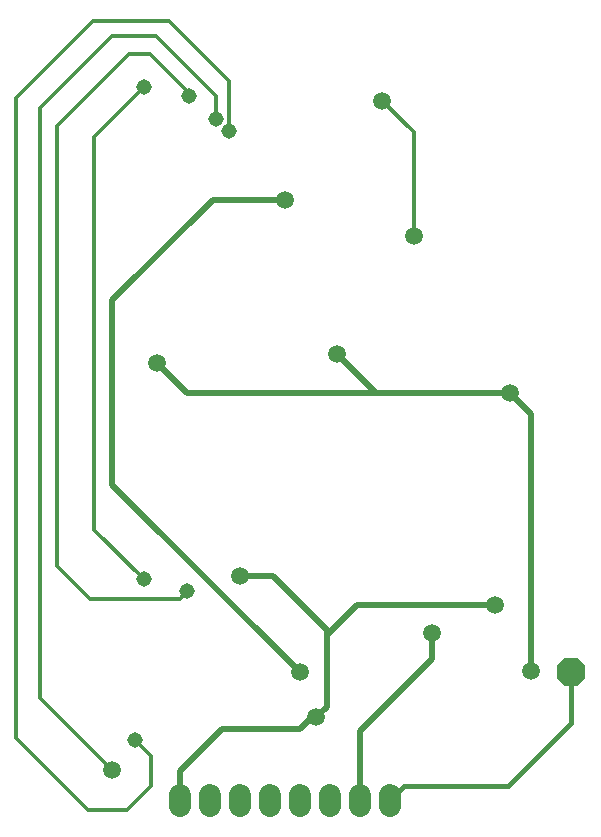
<source format=gbr>
G04 EAGLE Gerber RS-274X export*
G75*
%MOMM*%
%FSLAX34Y34*%
%LPD*%
%INBottom Copper*%
%IPPOS*%
%AMOC8*
5,1,8,0,0,1.08239X$1,22.5*%
G01*
%ADD10C,1.879600*%
%ADD11P,2.597736X8X112.500000*%
%ADD12C,1.508000*%
%ADD13C,0.508000*%
%ADD14C,0.406400*%
%ADD15C,1.308000*%
%ADD16C,0.304800*%


D10*
X254000Y32801D02*
X254000Y42199D01*
X279400Y42199D02*
X279400Y32801D01*
X304800Y32801D02*
X304800Y42199D01*
X330200Y42199D02*
X330200Y32801D01*
X355600Y32801D02*
X355600Y42199D01*
X381000Y42199D02*
X381000Y32801D01*
X406400Y32801D02*
X406400Y42199D01*
X431800Y42199D02*
X431800Y32801D01*
D11*
X585470Y146050D03*
D12*
X342900Y546100D03*
X355600Y146050D03*
D13*
X196850Y304800D01*
X196850Y461010D01*
X281940Y546100D01*
X342900Y546100D01*
D14*
X443830Y49530D02*
X431800Y37500D01*
X443830Y49530D02*
X532130Y49530D01*
X585470Y102870D01*
X585470Y146050D01*
D15*
X295910Y604520D03*
D16*
X295910Y646430D01*
X245110Y697230D01*
X180340Y697230D01*
X115570Y632460D01*
X176530Y29210D02*
X209550Y29210D01*
X229870Y49530D01*
X229870Y74930D02*
X215900Y88900D01*
D15*
X215900Y88900D03*
D16*
X115570Y90170D02*
X115570Y632460D01*
X115570Y90170D02*
X176530Y29210D01*
X229870Y49530D02*
X229870Y74930D01*
D15*
X284480Y614680D03*
D16*
X284480Y633730D01*
X233680Y684530D01*
X196850Y684530D01*
X135890Y623570D01*
X135890Y124460D02*
X196850Y63500D01*
D12*
X196850Y63500D03*
D16*
X135890Y124460D02*
X135890Y623570D01*
D12*
X304800Y227330D03*
D13*
X289664Y97790D02*
X254000Y62126D01*
X254000Y37500D01*
X289664Y97790D02*
X355600Y97790D01*
X378460Y116840D02*
X378460Y177800D01*
X378460Y181610D01*
X332740Y227330D01*
X304800Y227330D01*
D12*
X520700Y203200D03*
D13*
X403860Y203200D02*
X378460Y177800D01*
X403860Y203200D02*
X520700Y203200D01*
D12*
X369570Y107950D03*
D13*
X365760Y107950D02*
X355600Y97790D01*
X365760Y107950D02*
X369570Y107950D01*
X378460Y116840D01*
D12*
X467360Y179070D03*
D13*
X406400Y96520D02*
X406400Y37500D01*
X467360Y157480D02*
X467360Y179070D01*
X467360Y157480D02*
X406400Y96520D01*
D12*
X234950Y407670D03*
X387350Y415290D03*
X551180Y147320D03*
X533400Y382270D03*
D13*
X551180Y364490D02*
X551180Y147320D01*
X551180Y364490D02*
X533400Y382270D01*
X420370Y382270D01*
X387350Y415290D01*
X260350Y382270D02*
X234950Y407670D01*
X260350Y382270D02*
X420370Y382270D01*
D12*
X425450Y629920D03*
X452120Y515620D03*
D16*
X452120Y603250D01*
X425450Y629920D01*
D15*
X223520Y224790D03*
D16*
X181610Y266700D01*
X181610Y599440D02*
X223520Y641350D01*
D15*
X223520Y641350D03*
D16*
X181610Y599440D02*
X181610Y266700D01*
D15*
X260350Y214630D03*
D16*
X254000Y208280D01*
X177800Y208280D01*
X149860Y236220D01*
X149860Y608330D01*
X210820Y669290D01*
X228600Y669290D01*
X261620Y636270D01*
X261620Y633730D01*
D15*
X261620Y633730D03*
M02*

</source>
